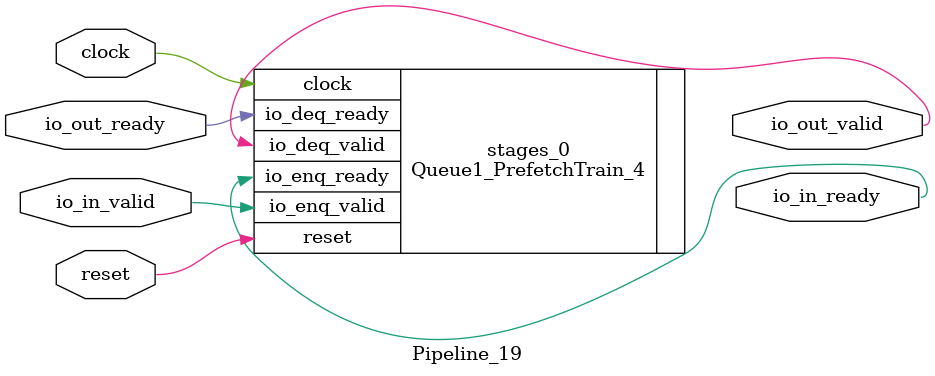
<source format=sv>
`ifndef RANDOMIZE
  `ifdef RANDOMIZE_MEM_INIT
    `define RANDOMIZE
  `endif // RANDOMIZE_MEM_INIT
`endif // not def RANDOMIZE
`ifndef RANDOMIZE
  `ifdef RANDOMIZE_REG_INIT
    `define RANDOMIZE
  `endif // RANDOMIZE_REG_INIT
`endif // not def RANDOMIZE

`ifndef RANDOM
  `define RANDOM $random
`endif // not def RANDOM

// Users can define INIT_RANDOM as general code that gets injected into the
// initializer block for modules with registers.
`ifndef INIT_RANDOM
  `define INIT_RANDOM
`endif // not def INIT_RANDOM

// If using random initialization, you can also define RANDOMIZE_DELAY to
// customize the delay used, otherwise 0.002 is used.
`ifndef RANDOMIZE_DELAY
  `define RANDOMIZE_DELAY 0.002
`endif // not def RANDOMIZE_DELAY

// Define INIT_RANDOM_PROLOG_ for use in our modules below.
`ifndef INIT_RANDOM_PROLOG_
  `ifdef RANDOMIZE
    `ifdef VERILATOR
      `define INIT_RANDOM_PROLOG_ `INIT_RANDOM
    `else  // VERILATOR
      `define INIT_RANDOM_PROLOG_ `INIT_RANDOM #`RANDOMIZE_DELAY begin end
    `endif // VERILATOR
  `else  // RANDOMIZE
    `define INIT_RANDOM_PROLOG_
  `endif // RANDOMIZE
`endif // not def INIT_RANDOM_PROLOG_

// Include register initializers in init blocks unless synthesis is set
`ifndef SYNTHESIS
  `ifndef ENABLE_INITIAL_REG_
    `define ENABLE_INITIAL_REG_
  `endif // not def ENABLE_INITIAL_REG_
`endif // not def SYNTHESIS

// Include rmemory initializers in init blocks unless synthesis is set
`ifndef SYNTHESIS
  `ifndef ENABLE_INITIAL_MEM_
    `define ENABLE_INITIAL_MEM_
  `endif // not def ENABLE_INITIAL_MEM_
`endif // not def SYNTHESIS

module Pipeline_19(
  input  clock,
  input  reset,
  output io_in_ready,
  input  io_in_valid,
  input  io_out_ready,
  output io_out_valid
);

  Queue1_PrefetchTrain_4 stages_0 (
    .clock        (clock),
    .reset        (reset),
    .io_enq_ready (io_in_ready),
    .io_enq_valid (io_in_valid),
    .io_deq_ready (io_out_ready),
    .io_deq_valid (io_out_valid)
  );
endmodule


</source>
